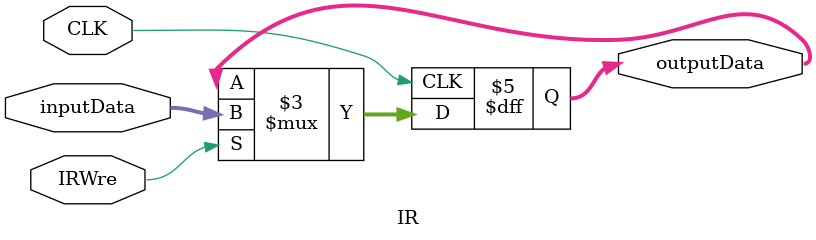
<source format=v>
`timescale 1ns / 1ps


module IR(
    input [31:0]inputData,
    input IRWre,       //Ö¸Áî¼Ä´æÆ÷Ð´Ê¹ÄÜÐÅºÅ£¬Îª1Ê±IR¿É¸ü¸Ä
    input CLK,
    output reg [31:0]outputData
    );
    always @(posedge CLK) begin
        if (IRWre) outputData = inputData;
    end
endmodule

</source>
